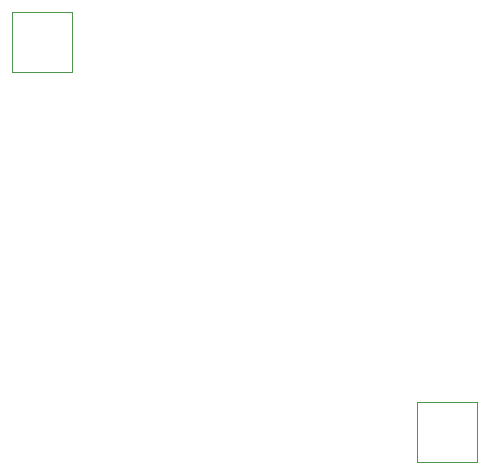
<source format=gbr>
%TF.GenerationSoftware,KiCad,Pcbnew,7.0.8*%
%TF.CreationDate,2023-10-16T22:27:31-07:00*%
%TF.ProjectId,Lab2,4c616232-2e6b-4696-9361-645f70636258,rev?*%
%TF.SameCoordinates,Original*%
%TF.FileFunction,Profile,NP*%
%FSLAX46Y46*%
G04 Gerber Fmt 4.6, Leading zero omitted, Abs format (unit mm)*
G04 Created by KiCad (PCBNEW 7.0.8) date 2023-10-16 22:27:31*
%MOMM*%
%LPD*%
G01*
G04 APERTURE LIST*
%TA.AperFunction,Profile*%
%ADD10C,0.100000*%
%TD*%
G04 APERTURE END LIST*
D10*
X52070000Y-50800000D02*
X57150000Y-50800000D01*
X57150000Y-55880000D01*
X52070000Y-55880000D01*
X52070000Y-50800000D01*
X17780000Y-17780000D02*
X22860000Y-17780000D01*
X22860000Y-22860000D01*
X17780000Y-22860000D01*
X17780000Y-17780000D01*
M02*

</source>
